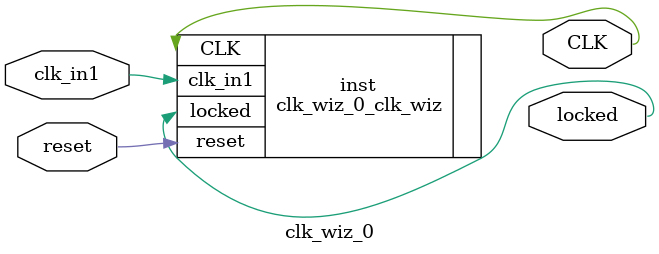
<source format=v>


`timescale 1ps/1ps

(* CORE_GENERATION_INFO = "clk_wiz_0,clk_wiz_v6_0_3_0_0,{component_name=clk_wiz_0,use_phase_alignment=true,use_min_o_jitter=false,use_max_i_jitter=false,use_dyn_phase_shift=false,use_inclk_switchover=false,use_dyn_reconfig=false,enable_axi=0,feedback_source=FDBK_AUTO,PRIMITIVE=PLL,num_out_clk=1,clkin1_period=10.000,clkin2_period=10.000,use_power_down=false,use_reset=true,use_locked=true,use_inclk_stopped=false,feedback_type=SINGLE,CLOCK_MGR_TYPE=NA,manual_override=false}" *)

module clk_wiz_0 
 (
  // Clock out ports
  output        CLK,
  // Status and control signals
  input         reset,
  output        locked,
 // Clock in ports
  input         clk_in1
 );

  clk_wiz_0_clk_wiz inst
  (
  // Clock out ports  
  .CLK(CLK),
  // Status and control signals               
  .reset(reset), 
  .locked(locked),
 // Clock in ports
  .clk_in1(clk_in1)
  );

endmodule

</source>
